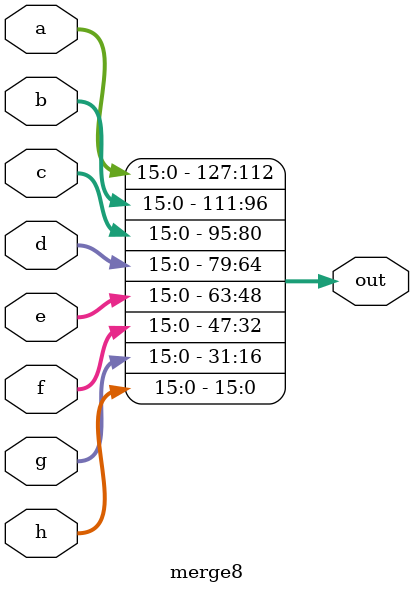
<source format=v>
/* Anton Khabbaz
 *
 * mux_decoder.v
 * implements a decoder and a mux that are parameterized.  N is the bits in the
 * selection bus and M is generally the width of the bus that is selected.
 *
 */

`timescale 1ns / 1ps

// Prevent implicit wire declaration
`default_nettype none

/* decoder will decode sel, an s bit wide selector, into one hot wire with  2**s bits, where lsb is 000.  */
module decoder  ( sel, hotwire);
    parameter s = 3;
    localparam l = 2**s;
    input wire [s-1:0] sel;
    output wire [l-1:0] hotwire;
    generate 
    genvar i;
 	for (i = 0; i < l; i = i + 1)
  	    begin
		assign hotwire[i] = (sel == i);
            end
    endgenerate 
endmodule
    
/* mux_hotwire_1B takes a hotwire that is 2**s bits wide, and an input that
 * is 2**s bits wide and outputs only one of them (1bit), governed by the hotwire.  For
 * example, s = 2, hotwire = 0010, in = 1101, out = 0; */
module mux_hotwire_1B(hotwire, in, out);
    parameter s = 3;
    localparam l = 2**s;
    input wire [l-1:0] hotwire, in;
    wire [l - 1:0] temp;
    output wire out;
    assign temp = hotwire & in;
    //and  ( temp,  hotwire, in);
    assign out = |temp;
endmodule

/* mux_hotwire, in an multiplexer for n bit wide signals, governed by an l
 * bit hotwire.  The hotwire is l= 2**s  bits wide, where s is the first input
 * parameter. The input is  l * n bits wide and the output is n bits wide, and
 * is selected from the input, governed by the
 * hotwire. The inputs are a large bus where the LSB n bits correspond to
 * hotwire 1.*/
module mux_hotwire (hotwire, in, out);
    parameter s = 3; // 2**s is the size of the hotwire 
    parameter  n = 16;  // the bus width of the output
    localparam l = 2**s; // hotwire width
    localparam  l_1 = l -1;
    localparam  k = n * l; // number of wires in input
    input wire [l_1:0] hotwire;
    input wire [k-1:0] in;
    output wire [n-1:0] out;
    generate 
    genvar i,j;
 	for (i = 0; i < n; i = i + 1)
  	    begin
              // take one bit from each separate bus input. This reorders the
		// input bus.
              wire  [l_1:0] oneBitInput; 
    	      for (j = 0; j < l; j = j + 1)
			begin
                    	   assign oneBitInput[j] = in[j*n + i];
                        end
              // now use assign the ith bit of output
              mux_hotwire_1B  thisMux(.hotwire(hotwire), .in(oneBitInput),
				.out(out[i]));
              defparam thisMux.s = s; 
            end
    endgenerate
endmodule 

/* multiplex, in an multiplexer for n bit wide signals, governed by an  s bit
 * wide selector.  s, n are input parameters.  A decoder is used to make a
 * hotwire from the selector. The hotwire is l= 2**s  bits wide, where s is the first input
 * parameter. The input is  l * n bits wide and the output is n bits wide, and
 * is selected from the input, governed by the
 * hotwire. The input is  a large bus where the LSB n bits correspond to
 * hotwire 0.*/
module multiplex (sel, in, out);
    parameter   s = 3; // the width of the selector
    parameter   n = 16;  // the bus width of the output
    localparam  l = 2**s; // hotwire width
    localparam  k = n * l; // number of wires in input
    input wire [s - 1:0] sel;
    input wire [k - 1:0] in;
    output wire [n - 1 :0] out;
    wire      [l - 1:0]  hotwire;
    decoder decode(.sel(sel), .hotwire(hotwire));
    defparam    decode.s = s;
    mux_hotwire muxSel(.hotwire(hotwire), .in(in), .out(out));
    defparam   muxSel.s = s;
    defparam   muxSel.n = n;
endmodule


/*Merge2 will merge two inputs into a larger bus. Inputs are concatenated from
 * lowest (a)  to highest (b). */
module merge2(a, b, out);
	parameter n = 16;
  	localparam max = 2*n;
	input wire  [n-1:0] a;
	input wire  [n-1:0] b;
	output wire [max -1:0] out;
        assign out = {a, b};
endmodule
    
/* Merge4 will merge inputs into a larger bus. Inputs are concatenated from
 * lowest (a) to highest (d). */
module merge4(a, b, c, d,  out);
	parameter n = 16;
  	localparam max = 4*n;
	input wire  [n-1:0] a;
	input wire  [n-1:0] b;
	input wire  [n-1:0] c;
	input wire  [n-1:0] d;
	output wire [max -1:0] out;
        assign out = {a, b, c, d};
endmodule
    
/* Merge8 will merge inputs into a larger bus. Inputs are concatenated from
 * lowest (a) to highest (h). */
module merge8(a, b, c, d, e, f, g, h, out);
	parameter n = 16;
  	localparam max = 8*n;
	input wire  [n-1:0] a;
	input wire  [n-1:0] b;
	input wire  [n-1:0] c;
	input wire  [n-1:0] d;
	input wire  [n-1:0] e;
	input wire  [n-1:0] f;
	input wire  [n-1:0] g;
	input wire  [n-1:0] h;
	output wire [max -1:0] out;
        assign out = {a, b, c, d, e, f, g, h};
endmodule

</source>
